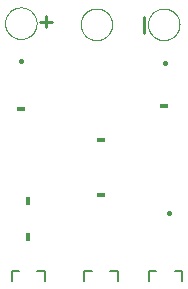
<source format=gto>
G75*
%MOIN*%
%OFA0B0*%
%FSLAX25Y25*%
%IPPOS*%
%LPD*%
%AMOC8*
5,1,8,0,0,1.08239X$1,22.5*
%
%ADD10C,0.01000*%
%ADD11C,0.00394*%
%ADD12C,0.01500*%
%ADD13C,0.00800*%
%ADD14R,0.03000X0.01800*%
%ADD15R,0.01800X0.03000*%
D10*
X0498688Y0097151D02*
X0498688Y0100926D01*
X0496774Y0099029D02*
X0500711Y0099029D01*
X0531365Y0100533D02*
X0531365Y0095415D01*
D11*
X0532805Y0098171D02*
X0532807Y0098316D01*
X0532813Y0098460D01*
X0532823Y0098605D01*
X0532837Y0098749D01*
X0532855Y0098893D01*
X0532877Y0099036D01*
X0532902Y0099178D01*
X0532932Y0099320D01*
X0532966Y0099461D01*
X0533003Y0099600D01*
X0533045Y0099739D01*
X0533090Y0099877D01*
X0533139Y0100013D01*
X0533191Y0100148D01*
X0533247Y0100281D01*
X0533307Y0100413D01*
X0533371Y0100543D01*
X0533438Y0100671D01*
X0533509Y0100797D01*
X0533583Y0100922D01*
X0533660Y0101044D01*
X0533741Y0101164D01*
X0533825Y0101282D01*
X0533913Y0101397D01*
X0534003Y0101510D01*
X0534097Y0101621D01*
X0534193Y0101729D01*
X0534293Y0101834D01*
X0534395Y0101936D01*
X0534500Y0102036D01*
X0534608Y0102132D01*
X0534719Y0102226D01*
X0534832Y0102316D01*
X0534947Y0102404D01*
X0535065Y0102488D01*
X0535185Y0102569D01*
X0535307Y0102646D01*
X0535431Y0102720D01*
X0535558Y0102791D01*
X0535686Y0102858D01*
X0535816Y0102922D01*
X0535948Y0102982D01*
X0536081Y0103038D01*
X0536216Y0103090D01*
X0536352Y0103139D01*
X0536490Y0103184D01*
X0536629Y0103226D01*
X0536768Y0103263D01*
X0536909Y0103297D01*
X0537051Y0103327D01*
X0537193Y0103352D01*
X0537336Y0103374D01*
X0537480Y0103392D01*
X0537624Y0103406D01*
X0537769Y0103416D01*
X0537913Y0103422D01*
X0538058Y0103424D01*
X0538203Y0103422D01*
X0538347Y0103416D01*
X0538492Y0103406D01*
X0538636Y0103392D01*
X0538780Y0103374D01*
X0538923Y0103352D01*
X0539065Y0103327D01*
X0539207Y0103297D01*
X0539348Y0103263D01*
X0539487Y0103226D01*
X0539626Y0103184D01*
X0539764Y0103139D01*
X0539900Y0103090D01*
X0540035Y0103038D01*
X0540168Y0102982D01*
X0540300Y0102922D01*
X0540430Y0102858D01*
X0540558Y0102791D01*
X0540684Y0102720D01*
X0540809Y0102646D01*
X0540931Y0102569D01*
X0541051Y0102488D01*
X0541169Y0102404D01*
X0541284Y0102316D01*
X0541397Y0102226D01*
X0541508Y0102132D01*
X0541616Y0102036D01*
X0541721Y0101936D01*
X0541823Y0101834D01*
X0541923Y0101729D01*
X0542019Y0101621D01*
X0542113Y0101510D01*
X0542203Y0101397D01*
X0542291Y0101282D01*
X0542375Y0101164D01*
X0542456Y0101044D01*
X0542533Y0100922D01*
X0542607Y0100797D01*
X0542678Y0100671D01*
X0542745Y0100543D01*
X0542809Y0100413D01*
X0542869Y0100281D01*
X0542925Y0100148D01*
X0542977Y0100013D01*
X0543026Y0099877D01*
X0543071Y0099739D01*
X0543113Y0099600D01*
X0543150Y0099461D01*
X0543184Y0099320D01*
X0543214Y0099178D01*
X0543239Y0099036D01*
X0543261Y0098893D01*
X0543279Y0098749D01*
X0543293Y0098605D01*
X0543303Y0098460D01*
X0543309Y0098316D01*
X0543311Y0098171D01*
X0543309Y0098026D01*
X0543303Y0097882D01*
X0543293Y0097737D01*
X0543279Y0097593D01*
X0543261Y0097449D01*
X0543239Y0097306D01*
X0543214Y0097164D01*
X0543184Y0097022D01*
X0543150Y0096881D01*
X0543113Y0096742D01*
X0543071Y0096603D01*
X0543026Y0096465D01*
X0542977Y0096329D01*
X0542925Y0096194D01*
X0542869Y0096061D01*
X0542809Y0095929D01*
X0542745Y0095799D01*
X0542678Y0095671D01*
X0542607Y0095545D01*
X0542533Y0095420D01*
X0542456Y0095298D01*
X0542375Y0095178D01*
X0542291Y0095060D01*
X0542203Y0094945D01*
X0542113Y0094832D01*
X0542019Y0094721D01*
X0541923Y0094613D01*
X0541823Y0094508D01*
X0541721Y0094406D01*
X0541616Y0094306D01*
X0541508Y0094210D01*
X0541397Y0094116D01*
X0541284Y0094026D01*
X0541169Y0093938D01*
X0541051Y0093854D01*
X0540931Y0093773D01*
X0540809Y0093696D01*
X0540685Y0093622D01*
X0540558Y0093551D01*
X0540430Y0093484D01*
X0540300Y0093420D01*
X0540168Y0093360D01*
X0540035Y0093304D01*
X0539900Y0093252D01*
X0539764Y0093203D01*
X0539626Y0093158D01*
X0539487Y0093116D01*
X0539348Y0093079D01*
X0539207Y0093045D01*
X0539065Y0093015D01*
X0538923Y0092990D01*
X0538780Y0092968D01*
X0538636Y0092950D01*
X0538492Y0092936D01*
X0538347Y0092926D01*
X0538203Y0092920D01*
X0538058Y0092918D01*
X0537913Y0092920D01*
X0537769Y0092926D01*
X0537624Y0092936D01*
X0537480Y0092950D01*
X0537336Y0092968D01*
X0537193Y0092990D01*
X0537051Y0093015D01*
X0536909Y0093045D01*
X0536768Y0093079D01*
X0536629Y0093116D01*
X0536490Y0093158D01*
X0536352Y0093203D01*
X0536216Y0093252D01*
X0536081Y0093304D01*
X0535948Y0093360D01*
X0535816Y0093420D01*
X0535686Y0093484D01*
X0535558Y0093551D01*
X0535431Y0093622D01*
X0535307Y0093696D01*
X0535185Y0093773D01*
X0535065Y0093854D01*
X0534947Y0093938D01*
X0534832Y0094026D01*
X0534719Y0094116D01*
X0534608Y0094210D01*
X0534500Y0094306D01*
X0534395Y0094406D01*
X0534293Y0094508D01*
X0534193Y0094613D01*
X0534097Y0094721D01*
X0534003Y0094832D01*
X0533913Y0094945D01*
X0533825Y0095060D01*
X0533741Y0095178D01*
X0533660Y0095298D01*
X0533583Y0095420D01*
X0533509Y0095544D01*
X0533438Y0095671D01*
X0533371Y0095799D01*
X0533307Y0095929D01*
X0533247Y0096061D01*
X0533191Y0096194D01*
X0533139Y0096329D01*
X0533090Y0096465D01*
X0533045Y0096603D01*
X0533003Y0096742D01*
X0532966Y0096881D01*
X0532932Y0097022D01*
X0532902Y0097164D01*
X0532877Y0097306D01*
X0532855Y0097449D01*
X0532837Y0097593D01*
X0532823Y0097737D01*
X0532813Y0097882D01*
X0532807Y0098026D01*
X0532805Y0098171D01*
X0510364Y0098171D02*
X0510366Y0098316D01*
X0510372Y0098460D01*
X0510382Y0098605D01*
X0510396Y0098749D01*
X0510414Y0098893D01*
X0510436Y0099036D01*
X0510461Y0099178D01*
X0510491Y0099320D01*
X0510525Y0099461D01*
X0510562Y0099600D01*
X0510604Y0099739D01*
X0510649Y0099877D01*
X0510698Y0100013D01*
X0510750Y0100148D01*
X0510806Y0100281D01*
X0510866Y0100413D01*
X0510930Y0100543D01*
X0510997Y0100671D01*
X0511068Y0100797D01*
X0511142Y0100922D01*
X0511219Y0101044D01*
X0511300Y0101164D01*
X0511384Y0101282D01*
X0511472Y0101397D01*
X0511562Y0101510D01*
X0511656Y0101621D01*
X0511752Y0101729D01*
X0511852Y0101834D01*
X0511954Y0101936D01*
X0512059Y0102036D01*
X0512167Y0102132D01*
X0512278Y0102226D01*
X0512391Y0102316D01*
X0512506Y0102404D01*
X0512624Y0102488D01*
X0512744Y0102569D01*
X0512866Y0102646D01*
X0512990Y0102720D01*
X0513117Y0102791D01*
X0513245Y0102858D01*
X0513375Y0102922D01*
X0513507Y0102982D01*
X0513640Y0103038D01*
X0513775Y0103090D01*
X0513911Y0103139D01*
X0514049Y0103184D01*
X0514188Y0103226D01*
X0514327Y0103263D01*
X0514468Y0103297D01*
X0514610Y0103327D01*
X0514752Y0103352D01*
X0514895Y0103374D01*
X0515039Y0103392D01*
X0515183Y0103406D01*
X0515328Y0103416D01*
X0515472Y0103422D01*
X0515617Y0103424D01*
X0515762Y0103422D01*
X0515906Y0103416D01*
X0516051Y0103406D01*
X0516195Y0103392D01*
X0516339Y0103374D01*
X0516482Y0103352D01*
X0516624Y0103327D01*
X0516766Y0103297D01*
X0516907Y0103263D01*
X0517046Y0103226D01*
X0517185Y0103184D01*
X0517323Y0103139D01*
X0517459Y0103090D01*
X0517594Y0103038D01*
X0517727Y0102982D01*
X0517859Y0102922D01*
X0517989Y0102858D01*
X0518117Y0102791D01*
X0518243Y0102720D01*
X0518368Y0102646D01*
X0518490Y0102569D01*
X0518610Y0102488D01*
X0518728Y0102404D01*
X0518843Y0102316D01*
X0518956Y0102226D01*
X0519067Y0102132D01*
X0519175Y0102036D01*
X0519280Y0101936D01*
X0519382Y0101834D01*
X0519482Y0101729D01*
X0519578Y0101621D01*
X0519672Y0101510D01*
X0519762Y0101397D01*
X0519850Y0101282D01*
X0519934Y0101164D01*
X0520015Y0101044D01*
X0520092Y0100922D01*
X0520166Y0100797D01*
X0520237Y0100671D01*
X0520304Y0100543D01*
X0520368Y0100413D01*
X0520428Y0100281D01*
X0520484Y0100148D01*
X0520536Y0100013D01*
X0520585Y0099877D01*
X0520630Y0099739D01*
X0520672Y0099600D01*
X0520709Y0099461D01*
X0520743Y0099320D01*
X0520773Y0099178D01*
X0520798Y0099036D01*
X0520820Y0098893D01*
X0520838Y0098749D01*
X0520852Y0098605D01*
X0520862Y0098460D01*
X0520868Y0098316D01*
X0520870Y0098171D01*
X0520868Y0098026D01*
X0520862Y0097882D01*
X0520852Y0097737D01*
X0520838Y0097593D01*
X0520820Y0097449D01*
X0520798Y0097306D01*
X0520773Y0097164D01*
X0520743Y0097022D01*
X0520709Y0096881D01*
X0520672Y0096742D01*
X0520630Y0096603D01*
X0520585Y0096465D01*
X0520536Y0096329D01*
X0520484Y0096194D01*
X0520428Y0096061D01*
X0520368Y0095929D01*
X0520304Y0095799D01*
X0520237Y0095671D01*
X0520166Y0095545D01*
X0520092Y0095420D01*
X0520015Y0095298D01*
X0519934Y0095178D01*
X0519850Y0095060D01*
X0519762Y0094945D01*
X0519672Y0094832D01*
X0519578Y0094721D01*
X0519482Y0094613D01*
X0519382Y0094508D01*
X0519280Y0094406D01*
X0519175Y0094306D01*
X0519067Y0094210D01*
X0518956Y0094116D01*
X0518843Y0094026D01*
X0518728Y0093938D01*
X0518610Y0093854D01*
X0518490Y0093773D01*
X0518368Y0093696D01*
X0518244Y0093622D01*
X0518117Y0093551D01*
X0517989Y0093484D01*
X0517859Y0093420D01*
X0517727Y0093360D01*
X0517594Y0093304D01*
X0517459Y0093252D01*
X0517323Y0093203D01*
X0517185Y0093158D01*
X0517046Y0093116D01*
X0516907Y0093079D01*
X0516766Y0093045D01*
X0516624Y0093015D01*
X0516482Y0092990D01*
X0516339Y0092968D01*
X0516195Y0092950D01*
X0516051Y0092936D01*
X0515906Y0092926D01*
X0515762Y0092920D01*
X0515617Y0092918D01*
X0515472Y0092920D01*
X0515328Y0092926D01*
X0515183Y0092936D01*
X0515039Y0092950D01*
X0514895Y0092968D01*
X0514752Y0092990D01*
X0514610Y0093015D01*
X0514468Y0093045D01*
X0514327Y0093079D01*
X0514188Y0093116D01*
X0514049Y0093158D01*
X0513911Y0093203D01*
X0513775Y0093252D01*
X0513640Y0093304D01*
X0513507Y0093360D01*
X0513375Y0093420D01*
X0513245Y0093484D01*
X0513117Y0093551D01*
X0512990Y0093622D01*
X0512866Y0093696D01*
X0512744Y0093773D01*
X0512624Y0093854D01*
X0512506Y0093938D01*
X0512391Y0094026D01*
X0512278Y0094116D01*
X0512167Y0094210D01*
X0512059Y0094306D01*
X0511954Y0094406D01*
X0511852Y0094508D01*
X0511752Y0094613D01*
X0511656Y0094721D01*
X0511562Y0094832D01*
X0511472Y0094945D01*
X0511384Y0095060D01*
X0511300Y0095178D01*
X0511219Y0095298D01*
X0511142Y0095420D01*
X0511068Y0095544D01*
X0510997Y0095671D01*
X0510930Y0095799D01*
X0510866Y0095929D01*
X0510806Y0096061D01*
X0510750Y0096194D01*
X0510698Y0096329D01*
X0510649Y0096465D01*
X0510604Y0096603D01*
X0510562Y0096742D01*
X0510525Y0096881D01*
X0510491Y0097022D01*
X0510461Y0097164D01*
X0510436Y0097306D01*
X0510414Y0097449D01*
X0510396Y0097593D01*
X0510382Y0097737D01*
X0510372Y0097882D01*
X0510366Y0098026D01*
X0510364Y0098171D01*
X0485167Y0098564D02*
X0485169Y0098709D01*
X0485175Y0098853D01*
X0485185Y0098998D01*
X0485199Y0099142D01*
X0485217Y0099286D01*
X0485239Y0099429D01*
X0485264Y0099571D01*
X0485294Y0099713D01*
X0485328Y0099854D01*
X0485365Y0099993D01*
X0485407Y0100132D01*
X0485452Y0100270D01*
X0485501Y0100406D01*
X0485553Y0100541D01*
X0485609Y0100674D01*
X0485669Y0100806D01*
X0485733Y0100936D01*
X0485800Y0101064D01*
X0485871Y0101190D01*
X0485945Y0101315D01*
X0486022Y0101437D01*
X0486103Y0101557D01*
X0486187Y0101675D01*
X0486275Y0101790D01*
X0486365Y0101903D01*
X0486459Y0102014D01*
X0486555Y0102122D01*
X0486655Y0102227D01*
X0486757Y0102329D01*
X0486862Y0102429D01*
X0486970Y0102525D01*
X0487081Y0102619D01*
X0487194Y0102709D01*
X0487309Y0102797D01*
X0487427Y0102881D01*
X0487547Y0102962D01*
X0487669Y0103039D01*
X0487793Y0103113D01*
X0487920Y0103184D01*
X0488048Y0103251D01*
X0488178Y0103315D01*
X0488310Y0103375D01*
X0488443Y0103431D01*
X0488578Y0103483D01*
X0488714Y0103532D01*
X0488852Y0103577D01*
X0488991Y0103619D01*
X0489130Y0103656D01*
X0489271Y0103690D01*
X0489413Y0103720D01*
X0489555Y0103745D01*
X0489698Y0103767D01*
X0489842Y0103785D01*
X0489986Y0103799D01*
X0490131Y0103809D01*
X0490275Y0103815D01*
X0490420Y0103817D01*
X0490565Y0103815D01*
X0490709Y0103809D01*
X0490854Y0103799D01*
X0490998Y0103785D01*
X0491142Y0103767D01*
X0491285Y0103745D01*
X0491427Y0103720D01*
X0491569Y0103690D01*
X0491710Y0103656D01*
X0491849Y0103619D01*
X0491988Y0103577D01*
X0492126Y0103532D01*
X0492262Y0103483D01*
X0492397Y0103431D01*
X0492530Y0103375D01*
X0492662Y0103315D01*
X0492792Y0103251D01*
X0492920Y0103184D01*
X0493046Y0103113D01*
X0493171Y0103039D01*
X0493293Y0102962D01*
X0493413Y0102881D01*
X0493531Y0102797D01*
X0493646Y0102709D01*
X0493759Y0102619D01*
X0493870Y0102525D01*
X0493978Y0102429D01*
X0494083Y0102329D01*
X0494185Y0102227D01*
X0494285Y0102122D01*
X0494381Y0102014D01*
X0494475Y0101903D01*
X0494565Y0101790D01*
X0494653Y0101675D01*
X0494737Y0101557D01*
X0494818Y0101437D01*
X0494895Y0101315D01*
X0494969Y0101190D01*
X0495040Y0101064D01*
X0495107Y0100936D01*
X0495171Y0100806D01*
X0495231Y0100674D01*
X0495287Y0100541D01*
X0495339Y0100406D01*
X0495388Y0100270D01*
X0495433Y0100132D01*
X0495475Y0099993D01*
X0495512Y0099854D01*
X0495546Y0099713D01*
X0495576Y0099571D01*
X0495601Y0099429D01*
X0495623Y0099286D01*
X0495641Y0099142D01*
X0495655Y0098998D01*
X0495665Y0098853D01*
X0495671Y0098709D01*
X0495673Y0098564D01*
X0495671Y0098419D01*
X0495665Y0098275D01*
X0495655Y0098130D01*
X0495641Y0097986D01*
X0495623Y0097842D01*
X0495601Y0097699D01*
X0495576Y0097557D01*
X0495546Y0097415D01*
X0495512Y0097274D01*
X0495475Y0097135D01*
X0495433Y0096996D01*
X0495388Y0096858D01*
X0495339Y0096722D01*
X0495287Y0096587D01*
X0495231Y0096454D01*
X0495171Y0096322D01*
X0495107Y0096192D01*
X0495040Y0096064D01*
X0494969Y0095938D01*
X0494895Y0095813D01*
X0494818Y0095691D01*
X0494737Y0095571D01*
X0494653Y0095453D01*
X0494565Y0095338D01*
X0494475Y0095225D01*
X0494381Y0095114D01*
X0494285Y0095006D01*
X0494185Y0094901D01*
X0494083Y0094799D01*
X0493978Y0094699D01*
X0493870Y0094603D01*
X0493759Y0094509D01*
X0493646Y0094419D01*
X0493531Y0094331D01*
X0493413Y0094247D01*
X0493293Y0094166D01*
X0493171Y0094089D01*
X0493047Y0094015D01*
X0492920Y0093944D01*
X0492792Y0093877D01*
X0492662Y0093813D01*
X0492530Y0093753D01*
X0492397Y0093697D01*
X0492262Y0093645D01*
X0492126Y0093596D01*
X0491988Y0093551D01*
X0491849Y0093509D01*
X0491710Y0093472D01*
X0491569Y0093438D01*
X0491427Y0093408D01*
X0491285Y0093383D01*
X0491142Y0093361D01*
X0490998Y0093343D01*
X0490854Y0093329D01*
X0490709Y0093319D01*
X0490565Y0093313D01*
X0490420Y0093311D01*
X0490275Y0093313D01*
X0490131Y0093319D01*
X0489986Y0093329D01*
X0489842Y0093343D01*
X0489698Y0093361D01*
X0489555Y0093383D01*
X0489413Y0093408D01*
X0489271Y0093438D01*
X0489130Y0093472D01*
X0488991Y0093509D01*
X0488852Y0093551D01*
X0488714Y0093596D01*
X0488578Y0093645D01*
X0488443Y0093697D01*
X0488310Y0093753D01*
X0488178Y0093813D01*
X0488048Y0093877D01*
X0487920Y0093944D01*
X0487793Y0094015D01*
X0487669Y0094089D01*
X0487547Y0094166D01*
X0487427Y0094247D01*
X0487309Y0094331D01*
X0487194Y0094419D01*
X0487081Y0094509D01*
X0486970Y0094603D01*
X0486862Y0094699D01*
X0486757Y0094799D01*
X0486655Y0094901D01*
X0486555Y0095006D01*
X0486459Y0095114D01*
X0486365Y0095225D01*
X0486275Y0095338D01*
X0486187Y0095453D01*
X0486103Y0095571D01*
X0486022Y0095691D01*
X0485945Y0095813D01*
X0485871Y0095937D01*
X0485800Y0096064D01*
X0485733Y0096192D01*
X0485669Y0096322D01*
X0485609Y0096454D01*
X0485553Y0096587D01*
X0485501Y0096722D01*
X0485452Y0096858D01*
X0485407Y0096996D01*
X0485365Y0097135D01*
X0485328Y0097274D01*
X0485294Y0097415D01*
X0485264Y0097557D01*
X0485239Y0097699D01*
X0485217Y0097842D01*
X0485199Y0097986D01*
X0485185Y0098130D01*
X0485175Y0098275D01*
X0485169Y0098419D01*
X0485167Y0098564D01*
D12*
X0490349Y0085926D02*
X0490569Y0085926D01*
X0538381Y0085218D02*
X0538601Y0085218D01*
X0539719Y0035218D02*
X0539939Y0035218D01*
D13*
X0487310Y0015926D02*
X0487310Y0012777D01*
X0498333Y0012777D02*
X0498333Y0015926D01*
X0495971Y0015926D01*
X0489672Y0015926D02*
X0487310Y0015926D01*
X0511640Y0015808D02*
X0511640Y0012659D01*
X0522664Y0012659D02*
X0522664Y0015808D01*
X0520302Y0015808D01*
X0514003Y0015808D02*
X0511640Y0015808D01*
X0533215Y0015926D02*
X0533215Y0012777D01*
X0544239Y0012777D02*
X0544239Y0015926D01*
X0541877Y0015926D01*
X0535577Y0015926D02*
X0533215Y0015926D01*
D14*
X0517113Y0041281D03*
X0517129Y0059734D03*
X0538255Y0070887D03*
X0490459Y0070060D03*
D15*
X0492664Y0039194D03*
X0492664Y0027344D03*
M02*

</source>
